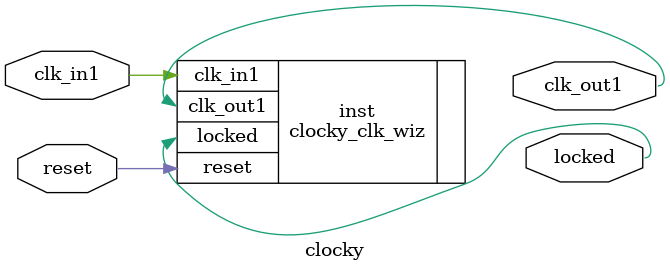
<source format=v>


`timescale 1ps/1ps

(* CORE_GENERATION_INFO = "clocky,clk_wiz_v6_0_16_0_0,{component_name=clocky,use_phase_alignment=true,use_min_o_jitter=false,use_max_i_jitter=false,use_dyn_phase_shift=false,use_inclk_switchover=false,use_dyn_reconfig=false,enable_axi=0,feedback_source=FDBK_AUTO,PRIMITIVE=MMCM,num_out_clk=1,clkin1_period=10.000,clkin2_period=10.000,use_power_down=false,use_reset=true,use_locked=true,use_inclk_stopped=false,feedback_type=SINGLE,CLOCK_MGR_TYPE=NA,manual_override=false}" *)

module clocky 
 (
  // Clock out ports
  output        clk_out1,
  // Status and control signals
  input         reset,
  output        locked,
 // Clock in ports
  input         clk_in1
 );

  clocky_clk_wiz inst
  (
  // Clock out ports  
  .clk_out1(clk_out1),
  // Status and control signals               
  .reset(reset), 
  .locked(locked),
 // Clock in ports
  .clk_in1(clk_in1)
  );

endmodule

</source>
